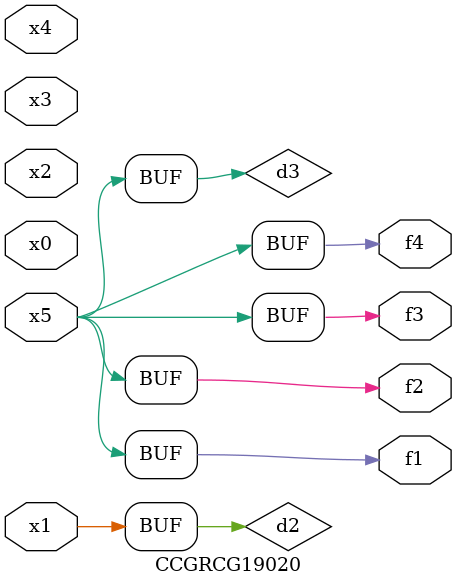
<source format=v>
module CCGRCG19020(
	input x0, x1, x2, x3, x4, x5,
	output f1, f2, f3, f4
);

	wire d1, d2, d3;

	not (d1, x5);
	or (d2, x1);
	xnor (d3, d1);
	assign f1 = d3;
	assign f2 = d3;
	assign f3 = d3;
	assign f4 = d3;
endmodule

</source>
